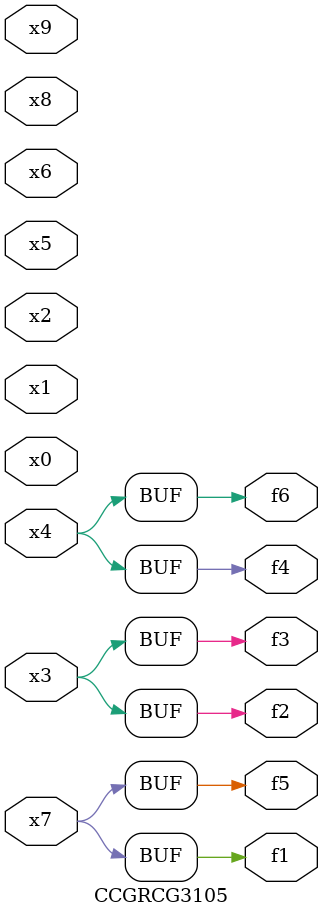
<source format=v>
module CCGRCG3105(
	input x0, x1, x2, x3, x4, x5, x6, x7, x8, x9,
	output f1, f2, f3, f4, f5, f6
);
	assign f1 = x7;
	assign f2 = x3;
	assign f3 = x3;
	assign f4 = x4;
	assign f5 = x7;
	assign f6 = x4;
endmodule

</source>
